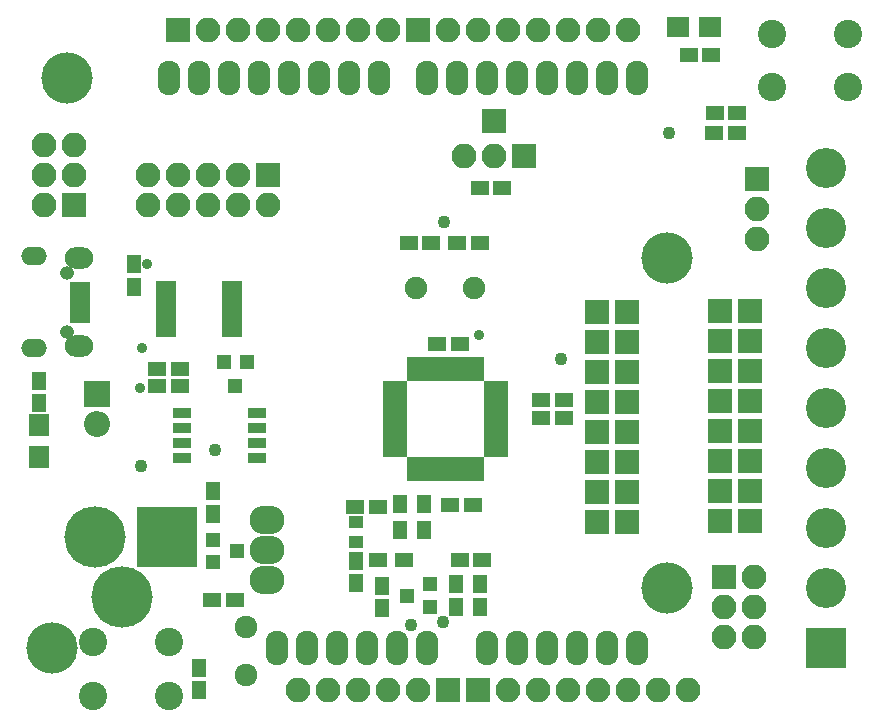
<source format=gbr>
G04 #@! TF.FileFunction,Soldermask,Top*
%FSLAX46Y46*%
G04 Gerber Fmt 4.6, Leading zero omitted, Abs format (unit mm)*
G04 Created by KiCad (PCBNEW 4.0.7) date 02/06/18 23:35:00*
%MOMM*%
%LPD*%
G01*
G04 APERTURE LIST*
%ADD10C,0.100000*%
%ADD11R,2.100000X2.100000*%
%ADD12O,2.100000X2.100000*%
%ADD13C,3.400000*%
%ADD14R,3.400000X3.400000*%
%ADD15R,1.200000X1.000000*%
%ADD16C,1.900000*%
%ADD17R,1.900000X1.700000*%
%ADD18R,1.700000X1.900000*%
%ADD19R,1.200000X1.300000*%
%ADD20R,1.300000X1.200000*%
%ADD21R,1.543000X0.908000*%
%ADD22R,0.950000X2.000000*%
%ADD23R,2.000000X0.950000*%
%ADD24R,1.797000X0.831800*%
%ADD25C,1.924000*%
%ADD26R,1.600000X1.150000*%
%ADD27R,1.150000X1.600000*%
%ADD28R,1.700000X0.850000*%
%ADD29O,2.400000X1.850000*%
%ADD30O,2.200000X1.550000*%
%ADD31O,1.200000X1.200000*%
%ADD32O,2.940000X2.432000*%
%ADD33R,2.200000X2.200000*%
%ADD34O,2.200000X2.200000*%
%ADD35R,1.600000X1.300000*%
%ADD36R,1.300000X1.600000*%
%ADD37C,1.100000*%
%ADD38C,0.900000*%
%ADD39C,2.400000*%
%ADD40C,5.200000*%
%ADD41R,5.200000X5.200000*%
%ADD42O,1.924000X2.940000*%
%ADD43C,4.337000*%
G04 APERTURE END LIST*
D10*
D11*
X110100000Y-103600000D03*
D12*
X112640000Y-103600000D03*
X110100000Y-106140000D03*
X112640000Y-106140000D03*
X110100000Y-108680000D03*
X112640000Y-108680000D03*
D13*
X118745000Y-104521000D03*
X118745000Y-99441000D03*
D14*
X118745000Y-109601000D03*
D13*
X118745000Y-94361000D03*
X118745000Y-89281000D03*
X118745000Y-84201000D03*
X118745000Y-79121000D03*
X118745000Y-74041000D03*
X118745000Y-68961000D03*
D15*
X78900000Y-100600000D03*
X78900000Y-98900000D03*
D11*
X71500000Y-69500000D03*
D12*
X71500000Y-72040000D03*
X68960000Y-69500000D03*
X68960000Y-72040000D03*
X66420000Y-69500000D03*
X66420000Y-72040000D03*
X63880000Y-69500000D03*
X63880000Y-72040000D03*
X61340000Y-69500000D03*
X61340000Y-72040000D03*
D16*
X88880000Y-79100000D03*
X84000000Y-79100000D03*
D17*
X108850000Y-57000000D03*
X106150000Y-57000000D03*
D18*
X52070000Y-93425000D03*
X52070000Y-90725000D03*
D11*
X86741000Y-113157000D03*
D12*
X84201000Y-113157000D03*
X81661000Y-113157000D03*
X79121000Y-113157000D03*
X76581000Y-113157000D03*
X74041000Y-113157000D03*
D11*
X89281000Y-113157000D03*
D12*
X91821000Y-113157000D03*
X94361000Y-113157000D03*
X96901000Y-113157000D03*
X99441000Y-113157000D03*
X101981000Y-113157000D03*
X104521000Y-113157000D03*
X107061000Y-113157000D03*
D11*
X63881000Y-57277000D03*
D12*
X66421000Y-57277000D03*
X68961000Y-57277000D03*
X71501000Y-57277000D03*
X74041000Y-57277000D03*
X76581000Y-57277000D03*
X79121000Y-57277000D03*
X81661000Y-57277000D03*
D11*
X84201000Y-57277000D03*
D12*
X86741000Y-57277000D03*
X89281000Y-57277000D03*
X91821000Y-57277000D03*
X94361000Y-57277000D03*
X96901000Y-57277000D03*
X99441000Y-57277000D03*
X101981000Y-57277000D03*
D19*
X69650000Y-85400000D03*
X67750000Y-85400000D03*
X68700000Y-87400000D03*
D20*
X85200000Y-106100000D03*
X85200000Y-104200000D03*
X83200000Y-105150000D03*
D21*
X70550000Y-89660000D03*
X70550000Y-90930000D03*
X70550000Y-92200000D03*
X70550000Y-93470000D03*
X64200000Y-93470000D03*
X64200000Y-92200000D03*
X64200000Y-90930000D03*
X64200000Y-89660000D03*
D22*
X89287000Y-85920000D03*
X88487000Y-85920000D03*
X87687000Y-85920000D03*
X86887000Y-85920000D03*
X86087000Y-85920000D03*
X85287000Y-85920000D03*
X84487000Y-85920000D03*
X83687000Y-85920000D03*
D23*
X82237000Y-87370000D03*
X82237000Y-88170000D03*
X82237000Y-88970000D03*
X82237000Y-89770000D03*
X82237000Y-90570000D03*
X82237000Y-91370000D03*
X82237000Y-92170000D03*
X82237000Y-92970000D03*
D22*
X83687000Y-94420000D03*
X84487000Y-94420000D03*
X85287000Y-94420000D03*
X86087000Y-94420000D03*
X86887000Y-94420000D03*
X87687000Y-94420000D03*
X88487000Y-94420000D03*
X89287000Y-94420000D03*
D23*
X90737000Y-92970000D03*
X90737000Y-92170000D03*
X90737000Y-91370000D03*
X90737000Y-90570000D03*
X90737000Y-89770000D03*
X90737000Y-88970000D03*
X90737000Y-88170000D03*
X90737000Y-87370000D03*
D24*
X68453000Y-82829400D03*
X68453000Y-82194400D03*
X68453000Y-81534000D03*
X68453000Y-80899000D03*
X68453000Y-80238600D03*
X68453000Y-79590900D03*
X68453000Y-78943200D03*
X62865000Y-78943200D03*
X62865000Y-79590900D03*
X62865000Y-80238600D03*
X62865000Y-80899000D03*
X62865000Y-81546700D03*
X62865000Y-82194400D03*
X62865000Y-82842100D03*
D25*
X69600000Y-107800000D03*
X69600000Y-111864000D03*
D11*
X93100000Y-67900000D03*
D12*
X90560000Y-67900000D03*
X88020000Y-67900000D03*
D26*
X78850000Y-97600000D03*
X80750000Y-97600000D03*
D27*
X66800000Y-98200000D03*
X66800000Y-96300000D03*
D26*
X88800000Y-97500000D03*
X86900000Y-97500000D03*
X68650000Y-105500000D03*
X66750000Y-105500000D03*
D27*
X81100000Y-106200000D03*
X81100000Y-104300000D03*
X89400000Y-104200000D03*
X89400000Y-106100000D03*
D26*
X109300000Y-64300000D03*
X111200000Y-64300000D03*
X94600000Y-88600000D03*
X96500000Y-88600000D03*
X87500000Y-75300000D03*
X89400000Y-75300000D03*
X85300000Y-75300000D03*
X83400000Y-75300000D03*
D27*
X60100000Y-77100000D03*
X60100000Y-79000000D03*
D26*
X87698000Y-83826000D03*
X85798000Y-83826000D03*
D11*
X90600000Y-65000000D03*
D26*
X62098000Y-85926000D03*
X63998000Y-85926000D03*
X64000000Y-87400000D03*
X62100000Y-87400000D03*
X107100000Y-59400000D03*
X109000000Y-59400000D03*
X111150000Y-65950000D03*
X109250000Y-65950000D03*
D27*
X52070000Y-86934000D03*
X52070000Y-88834000D03*
X87400000Y-106100000D03*
X87400000Y-104200000D03*
X78900000Y-104100000D03*
X78900000Y-102200000D03*
D26*
X96500000Y-90100000D03*
X94600000Y-90100000D03*
D27*
X65600000Y-111250000D03*
X65600000Y-113150000D03*
D20*
X66800000Y-100400000D03*
X66800000Y-102300000D03*
X68800000Y-101350000D03*
D28*
X55500000Y-79000000D03*
X55500000Y-79650000D03*
X55500000Y-80300000D03*
X55500000Y-80950000D03*
X55500000Y-81600000D03*
D29*
X55450000Y-76575000D03*
X55450000Y-84025000D03*
D30*
X51650000Y-76425000D03*
X51650000Y-84175000D03*
D31*
X54400000Y-77800000D03*
X54400000Y-82800000D03*
D11*
X112900000Y-69900000D03*
D12*
X112900000Y-72440000D03*
X112900000Y-74980000D03*
D32*
X71400000Y-101260000D03*
X71400000Y-103800000D03*
X71400000Y-98720000D03*
D11*
X109707158Y-96311198D03*
X112247158Y-96311198D03*
X99329158Y-96343198D03*
X101869158Y-96343198D03*
X109707158Y-91231198D03*
X112247158Y-91231198D03*
X109707158Y-93771198D03*
X112247158Y-93771198D03*
X99329158Y-93803198D03*
X101869158Y-93803198D03*
X99329158Y-91263198D03*
X101869158Y-91263198D03*
X99329158Y-88723198D03*
X101869158Y-88723198D03*
X99329158Y-86183198D03*
X101869158Y-86183198D03*
X99329158Y-83643198D03*
X101869158Y-83643198D03*
X99329158Y-81103198D03*
X101869158Y-81103198D03*
X109707158Y-81071198D03*
X112247158Y-81071198D03*
X109707158Y-98851198D03*
X112247158Y-98851198D03*
X99329158Y-98883198D03*
X101869158Y-98883198D03*
X109707158Y-83611198D03*
X112247158Y-83611198D03*
X109707158Y-86151198D03*
X112247158Y-86151198D03*
X109707158Y-88691198D03*
X112247158Y-88691198D03*
D33*
X57000000Y-88060000D03*
D34*
X57000000Y-90600000D03*
D35*
X83000000Y-102100000D03*
X80800000Y-102100000D03*
D36*
X84700000Y-97400000D03*
X84700000Y-99600000D03*
X82600000Y-97400000D03*
X82600000Y-99600000D03*
D26*
X87700000Y-102100000D03*
X89600000Y-102100000D03*
D37*
X86400000Y-73500000D03*
X60700000Y-94200000D03*
X86300000Y-107400000D03*
X83600000Y-107600000D03*
X67000000Y-92800000D03*
D38*
X60600000Y-87600000D03*
X60800000Y-84200000D03*
X61200000Y-77100000D03*
D37*
X96300000Y-85100000D03*
D38*
X89300000Y-83100000D03*
D37*
X105400000Y-65950000D03*
D39*
X63100000Y-109100000D03*
X63100000Y-113600000D03*
X56600000Y-109100000D03*
X56600000Y-113600000D03*
X114100000Y-62100000D03*
X114100000Y-57600000D03*
X120600000Y-62100000D03*
X120600000Y-57600000D03*
D40*
X56844000Y-100202000D03*
D41*
X62944000Y-100202000D03*
D40*
X59134000Y-105282000D03*
D42*
X102724000Y-109604000D03*
X100184000Y-109604000D03*
X97644000Y-109604000D03*
X90024000Y-109604000D03*
X92564000Y-109604000D03*
X95104000Y-109604000D03*
X84944000Y-109604000D03*
X82404000Y-109604000D03*
X79864000Y-109604000D03*
X74784000Y-109604000D03*
X72244000Y-109604000D03*
X102724000Y-61344000D03*
X100184000Y-61344000D03*
X97644000Y-61344000D03*
X95104000Y-61344000D03*
X92564000Y-61344000D03*
X90024000Y-61344000D03*
X87484000Y-61344000D03*
X84944000Y-61344000D03*
X80880000Y-61344000D03*
X78340000Y-61344000D03*
X75800000Y-61344000D03*
X73260000Y-61344000D03*
X70720000Y-61344000D03*
X68180000Y-61344000D03*
X65640000Y-61344000D03*
X63100000Y-61344000D03*
X77324000Y-109604000D03*
D43*
X105264000Y-104524000D03*
X105264000Y-76584000D03*
X54464000Y-61344000D03*
X53194000Y-109604000D03*
D26*
X89400000Y-70650000D03*
X91300000Y-70650000D03*
D11*
X55050000Y-72050000D03*
D12*
X52510000Y-72050000D03*
X55050000Y-69510000D03*
X52510000Y-69510000D03*
X55050000Y-66970000D03*
X52510000Y-66970000D03*
M02*

</source>
